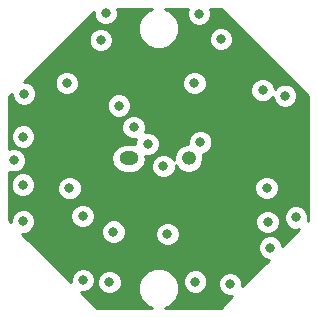
<source format=gbr>
G04 #@! TF.GenerationSoftware,KiCad,Pcbnew,(5.0.0)*
G04 #@! TF.CreationDate,2018-11-17T14:21:24+01:00*
G04 #@! TF.ProjectId,photoDiode_MDversion,70686F746F44696F64655F4D44766572,rev?*
G04 #@! TF.SameCoordinates,Original*
G04 #@! TF.FileFunction,Copper,L2,Inr,Signal*
G04 #@! TF.FilePolarity,Positive*
%FSLAX46Y46*%
G04 Gerber Fmt 4.6, Leading zero omitted, Abs format (unit mm)*
G04 Created by KiCad (PCBNEW (5.0.0)) date 11/17/18 14:21:24*
%MOMM*%
%LPD*%
G01*
G04 APERTURE LIST*
G04 #@! TA.AperFunction,ViaPad*
%ADD10O,1.600000X1.200000*%
G04 #@! TD*
G04 #@! TA.AperFunction,ViaPad*
%ADD11O,1.200000X1.200000*%
G04 #@! TD*
G04 #@! TA.AperFunction,ViaPad*
%ADD12C,0.800000*%
G04 #@! TD*
G04 #@! TA.AperFunction,Conductor*
%ADD13C,0.254000*%
G04 #@! TD*
G04 APERTURE END LIST*
D10*
G04 #@! TO.N,Net-(C2-Pad2)*
G04 #@! TO.C,D1*
X147460000Y-95000000D03*
D11*
G04 #@! TO.N,GND*
X152540000Y-95000000D03*
G04 #@! TD*
D12*
G04 #@! TO.N,+5V*
X161375000Y-94925000D03*
X156650000Y-98150000D03*
G04 #@! TO.N,GND*
X138600000Y-89525000D03*
X138500000Y-97225000D03*
X145825000Y-105475000D03*
X153100000Y-105425000D03*
X159225000Y-100375000D03*
X160700000Y-89700000D03*
X158800000Y-89225000D03*
X155275000Y-84900000D03*
X145100000Y-84975000D03*
X153425000Y-82750000D03*
X142450000Y-97525000D03*
X143575000Y-99875000D03*
X146175000Y-101200000D03*
X150750000Y-101400000D03*
X161625000Y-100000000D03*
X159150000Y-97500000D03*
X138525000Y-93150000D03*
X138525000Y-100325000D03*
X145525000Y-82700000D03*
X156050000Y-105625000D03*
X159450000Y-102550000D03*
X137725000Y-95150000D03*
X143600000Y-105300000D03*
X150400000Y-95650000D03*
X149075000Y-93775000D03*
X153525000Y-93625000D03*
G04 #@! TO.N,Net-(C2-Pad1)*
X146625000Y-90525000D03*
X147875000Y-92350000D03*
G04 #@! TO.N,Net-(C4-Pad1)*
X142225000Y-88625000D03*
X153025000Y-88625000D03*
G04 #@! TD*
D13*
G04 #@! TO.N,+5V*
G36*
X149017201Y-82529138D02*
X148529138Y-83017201D01*
X148265000Y-83654887D01*
X148265000Y-84345113D01*
X148529138Y-84982799D01*
X149017201Y-85470862D01*
X149654887Y-85735000D01*
X150345113Y-85735000D01*
X150982799Y-85470862D01*
X151470862Y-84982799D01*
X151590434Y-84694126D01*
X154240000Y-84694126D01*
X154240000Y-85105874D01*
X154397569Y-85486280D01*
X154688720Y-85777431D01*
X155069126Y-85935000D01*
X155480874Y-85935000D01*
X155861280Y-85777431D01*
X156152431Y-85486280D01*
X156310000Y-85105874D01*
X156310000Y-84694126D01*
X156152431Y-84313720D01*
X155861280Y-84022569D01*
X155480874Y-83865000D01*
X155069126Y-83865000D01*
X154688720Y-84022569D01*
X154397569Y-84313720D01*
X154240000Y-84694126D01*
X151590434Y-84694126D01*
X151735000Y-84345113D01*
X151735000Y-83654887D01*
X151470862Y-83017201D01*
X150982799Y-82529138D01*
X150523154Y-82338747D01*
X152475071Y-82338747D01*
X152390000Y-82544126D01*
X152390000Y-82955874D01*
X152547569Y-83336280D01*
X152838720Y-83627431D01*
X153219126Y-83785000D01*
X153630874Y-83785000D01*
X154011280Y-83627431D01*
X154302431Y-83336280D01*
X154460000Y-82955874D01*
X154460000Y-82544126D01*
X154374929Y-82338747D01*
X155244464Y-82338747D01*
X162661254Y-89755538D01*
X162661253Y-100244463D01*
X162631828Y-100273889D01*
X162660000Y-100205874D01*
X162660000Y-99794126D01*
X162502431Y-99413720D01*
X162211280Y-99122569D01*
X161830874Y-98965000D01*
X161419126Y-98965000D01*
X161038720Y-99122569D01*
X160747569Y-99413720D01*
X160590000Y-99794126D01*
X160590000Y-100205874D01*
X160747569Y-100586280D01*
X161038720Y-100877431D01*
X161419126Y-101035000D01*
X161830874Y-101035000D01*
X161898889Y-101006827D01*
X160485000Y-102420716D01*
X160485000Y-102344126D01*
X160327431Y-101963720D01*
X160036280Y-101672569D01*
X159655874Y-101515000D01*
X159244126Y-101515000D01*
X158863720Y-101672569D01*
X158572569Y-101963720D01*
X158415000Y-102344126D01*
X158415000Y-102755874D01*
X158572569Y-103136280D01*
X158863720Y-103427431D01*
X159244126Y-103585000D01*
X159320716Y-103585000D01*
X157085000Y-105820717D01*
X157085000Y-105419126D01*
X156927431Y-105038720D01*
X156636280Y-104747569D01*
X156255874Y-104590000D01*
X155844126Y-104590000D01*
X155463720Y-104747569D01*
X155172569Y-105038720D01*
X155015000Y-105419126D01*
X155015000Y-105830874D01*
X155172569Y-106211280D01*
X155463720Y-106502431D01*
X155844126Y-106660000D01*
X156245717Y-106660000D01*
X155244464Y-107661253D01*
X150523154Y-107661253D01*
X150982799Y-107470862D01*
X151470862Y-106982799D01*
X151735000Y-106345113D01*
X151735000Y-105654887D01*
X151554503Y-105219126D01*
X152065000Y-105219126D01*
X152065000Y-105630874D01*
X152222569Y-106011280D01*
X152513720Y-106302431D01*
X152894126Y-106460000D01*
X153305874Y-106460000D01*
X153686280Y-106302431D01*
X153977431Y-106011280D01*
X154135000Y-105630874D01*
X154135000Y-105219126D01*
X153977431Y-104838720D01*
X153686280Y-104547569D01*
X153305874Y-104390000D01*
X152894126Y-104390000D01*
X152513720Y-104547569D01*
X152222569Y-104838720D01*
X152065000Y-105219126D01*
X151554503Y-105219126D01*
X151470862Y-105017201D01*
X150982799Y-104529138D01*
X150345113Y-104265000D01*
X149654887Y-104265000D01*
X149017201Y-104529138D01*
X148529138Y-105017201D01*
X148265000Y-105654887D01*
X148265000Y-106345113D01*
X148529138Y-106982799D01*
X149017201Y-107470862D01*
X149476846Y-107661253D01*
X144755537Y-107661253D01*
X143429284Y-106335000D01*
X143805874Y-106335000D01*
X144186280Y-106177431D01*
X144477431Y-105886280D01*
X144635000Y-105505874D01*
X144635000Y-105269126D01*
X144790000Y-105269126D01*
X144790000Y-105680874D01*
X144947569Y-106061280D01*
X145238720Y-106352431D01*
X145619126Y-106510000D01*
X146030874Y-106510000D01*
X146411280Y-106352431D01*
X146702431Y-106061280D01*
X146860000Y-105680874D01*
X146860000Y-105269126D01*
X146702431Y-104888720D01*
X146411280Y-104597569D01*
X146030874Y-104440000D01*
X145619126Y-104440000D01*
X145238720Y-104597569D01*
X144947569Y-104888720D01*
X144790000Y-105269126D01*
X144635000Y-105269126D01*
X144635000Y-105094126D01*
X144477431Y-104713720D01*
X144186280Y-104422569D01*
X143805874Y-104265000D01*
X143394126Y-104265000D01*
X143013720Y-104422569D01*
X142722569Y-104713720D01*
X142565000Y-105094126D01*
X142565000Y-105470716D01*
X138454283Y-101360000D01*
X138730874Y-101360000D01*
X139111280Y-101202431D01*
X139319585Y-100994126D01*
X145140000Y-100994126D01*
X145140000Y-101405874D01*
X145297569Y-101786280D01*
X145588720Y-102077431D01*
X145969126Y-102235000D01*
X146380874Y-102235000D01*
X146761280Y-102077431D01*
X147052431Y-101786280D01*
X147210000Y-101405874D01*
X147210000Y-101194126D01*
X149715000Y-101194126D01*
X149715000Y-101605874D01*
X149872569Y-101986280D01*
X150163720Y-102277431D01*
X150544126Y-102435000D01*
X150955874Y-102435000D01*
X151336280Y-102277431D01*
X151627431Y-101986280D01*
X151785000Y-101605874D01*
X151785000Y-101194126D01*
X151627431Y-100813720D01*
X151336280Y-100522569D01*
X150955874Y-100365000D01*
X150544126Y-100365000D01*
X150163720Y-100522569D01*
X149872569Y-100813720D01*
X149715000Y-101194126D01*
X147210000Y-101194126D01*
X147210000Y-100994126D01*
X147052431Y-100613720D01*
X146761280Y-100322569D01*
X146390836Y-100169126D01*
X158190000Y-100169126D01*
X158190000Y-100580874D01*
X158347569Y-100961280D01*
X158638720Y-101252431D01*
X159019126Y-101410000D01*
X159430874Y-101410000D01*
X159811280Y-101252431D01*
X160102431Y-100961280D01*
X160260000Y-100580874D01*
X160260000Y-100169126D01*
X160102431Y-99788720D01*
X159811280Y-99497569D01*
X159430874Y-99340000D01*
X159019126Y-99340000D01*
X158638720Y-99497569D01*
X158347569Y-99788720D01*
X158190000Y-100169126D01*
X146390836Y-100169126D01*
X146380874Y-100165000D01*
X145969126Y-100165000D01*
X145588720Y-100322569D01*
X145297569Y-100613720D01*
X145140000Y-100994126D01*
X139319585Y-100994126D01*
X139402431Y-100911280D01*
X139560000Y-100530874D01*
X139560000Y-100119126D01*
X139402431Y-99738720D01*
X139332837Y-99669126D01*
X142540000Y-99669126D01*
X142540000Y-100080874D01*
X142697569Y-100461280D01*
X142988720Y-100752431D01*
X143369126Y-100910000D01*
X143780874Y-100910000D01*
X144161280Y-100752431D01*
X144452431Y-100461280D01*
X144610000Y-100080874D01*
X144610000Y-99669126D01*
X144452431Y-99288720D01*
X144161280Y-98997569D01*
X143780874Y-98840000D01*
X143369126Y-98840000D01*
X142988720Y-98997569D01*
X142697569Y-99288720D01*
X142540000Y-99669126D01*
X139332837Y-99669126D01*
X139111280Y-99447569D01*
X138730874Y-99290000D01*
X138319126Y-99290000D01*
X137938720Y-99447569D01*
X137647569Y-99738720D01*
X137490000Y-100119126D01*
X137490000Y-100395717D01*
X137338747Y-100244464D01*
X137338747Y-97019126D01*
X137465000Y-97019126D01*
X137465000Y-97430874D01*
X137622569Y-97811280D01*
X137913720Y-98102431D01*
X138294126Y-98260000D01*
X138705874Y-98260000D01*
X139086280Y-98102431D01*
X139377431Y-97811280D01*
X139535000Y-97430874D01*
X139535000Y-97319126D01*
X141415000Y-97319126D01*
X141415000Y-97730874D01*
X141572569Y-98111280D01*
X141863720Y-98402431D01*
X142244126Y-98560000D01*
X142655874Y-98560000D01*
X143036280Y-98402431D01*
X143327431Y-98111280D01*
X143485000Y-97730874D01*
X143485000Y-97319126D01*
X143474645Y-97294126D01*
X158115000Y-97294126D01*
X158115000Y-97705874D01*
X158272569Y-98086280D01*
X158563720Y-98377431D01*
X158944126Y-98535000D01*
X159355874Y-98535000D01*
X159736280Y-98377431D01*
X160027431Y-98086280D01*
X160185000Y-97705874D01*
X160185000Y-97294126D01*
X160027431Y-96913720D01*
X159736280Y-96622569D01*
X159355874Y-96465000D01*
X158944126Y-96465000D01*
X158563720Y-96622569D01*
X158272569Y-96913720D01*
X158115000Y-97294126D01*
X143474645Y-97294126D01*
X143327431Y-96938720D01*
X143036280Y-96647569D01*
X142655874Y-96490000D01*
X142244126Y-96490000D01*
X141863720Y-96647569D01*
X141572569Y-96938720D01*
X141415000Y-97319126D01*
X139535000Y-97319126D01*
X139535000Y-97019126D01*
X139377431Y-96638720D01*
X139086280Y-96347569D01*
X138705874Y-96190000D01*
X138294126Y-96190000D01*
X137913720Y-96347569D01*
X137622569Y-96638720D01*
X137465000Y-97019126D01*
X137338747Y-97019126D01*
X137338747Y-96110285D01*
X137519126Y-96185000D01*
X137930874Y-96185000D01*
X138311280Y-96027431D01*
X138602431Y-95736280D01*
X138760000Y-95355874D01*
X138760000Y-95000000D01*
X146000805Y-95000000D01*
X146096656Y-95481873D01*
X146369615Y-95890385D01*
X146778127Y-96163344D01*
X147138364Y-96235000D01*
X147781636Y-96235000D01*
X148141873Y-96163344D01*
X148550385Y-95890385D01*
X148823344Y-95481873D01*
X148830852Y-95444126D01*
X149365000Y-95444126D01*
X149365000Y-95855874D01*
X149522569Y-96236280D01*
X149813720Y-96527431D01*
X150194126Y-96685000D01*
X150605874Y-96685000D01*
X150986280Y-96527431D01*
X151277431Y-96236280D01*
X151435000Y-95855874D01*
X151435000Y-95569191D01*
X151649615Y-95890385D01*
X152058127Y-96163344D01*
X152418364Y-96235000D01*
X152661636Y-96235000D01*
X153021873Y-96163344D01*
X153430385Y-95890385D01*
X153703344Y-95481873D01*
X153799195Y-95000000D01*
X153731512Y-94659736D01*
X154111280Y-94502431D01*
X154402431Y-94211280D01*
X154560000Y-93830874D01*
X154560000Y-93419126D01*
X154402431Y-93038720D01*
X154111280Y-92747569D01*
X153730874Y-92590000D01*
X153319126Y-92590000D01*
X152938720Y-92747569D01*
X152647569Y-93038720D01*
X152490000Y-93419126D01*
X152490000Y-93765000D01*
X152418364Y-93765000D01*
X152058127Y-93836656D01*
X151649615Y-94109615D01*
X151376656Y-94518127D01*
X151280805Y-95000000D01*
X151308307Y-95138262D01*
X151277431Y-95063720D01*
X150986280Y-94772569D01*
X150605874Y-94615000D01*
X150194126Y-94615000D01*
X149813720Y-94772569D01*
X149522569Y-95063720D01*
X149365000Y-95444126D01*
X148830852Y-95444126D01*
X148919195Y-95000000D01*
X148881401Y-94810000D01*
X149280874Y-94810000D01*
X149661280Y-94652431D01*
X149952431Y-94361280D01*
X150110000Y-93980874D01*
X150110000Y-93569126D01*
X149952431Y-93188720D01*
X149661280Y-92897569D01*
X149280874Y-92740000D01*
X148869126Y-92740000D01*
X148826403Y-92757697D01*
X148910000Y-92555874D01*
X148910000Y-92144126D01*
X148752431Y-91763720D01*
X148461280Y-91472569D01*
X148080874Y-91315000D01*
X147669126Y-91315000D01*
X147288720Y-91472569D01*
X146997569Y-91763720D01*
X146840000Y-92144126D01*
X146840000Y-92555874D01*
X146997569Y-92936280D01*
X147288720Y-93227431D01*
X147669126Y-93385000D01*
X148080874Y-93385000D01*
X148123597Y-93367303D01*
X148040000Y-93569126D01*
X148040000Y-93816392D01*
X147781636Y-93765000D01*
X147138364Y-93765000D01*
X146778127Y-93836656D01*
X146369615Y-94109615D01*
X146096656Y-94518127D01*
X146000805Y-95000000D01*
X138760000Y-95000000D01*
X138760000Y-94944126D01*
X138602431Y-94563720D01*
X138311280Y-94272569D01*
X137930874Y-94115000D01*
X137519126Y-94115000D01*
X137338747Y-94189715D01*
X137338747Y-92944126D01*
X137490000Y-92944126D01*
X137490000Y-93355874D01*
X137647569Y-93736280D01*
X137938720Y-94027431D01*
X138319126Y-94185000D01*
X138730874Y-94185000D01*
X139111280Y-94027431D01*
X139402431Y-93736280D01*
X139560000Y-93355874D01*
X139560000Y-92944126D01*
X139402431Y-92563720D01*
X139111280Y-92272569D01*
X138730874Y-92115000D01*
X138319126Y-92115000D01*
X137938720Y-92272569D01*
X137647569Y-92563720D01*
X137490000Y-92944126D01*
X137338747Y-92944126D01*
X137338747Y-89755536D01*
X137565000Y-89529283D01*
X137565000Y-89730874D01*
X137722569Y-90111280D01*
X138013720Y-90402431D01*
X138394126Y-90560000D01*
X138805874Y-90560000D01*
X139186280Y-90402431D01*
X139269585Y-90319126D01*
X145590000Y-90319126D01*
X145590000Y-90730874D01*
X145747569Y-91111280D01*
X146038720Y-91402431D01*
X146419126Y-91560000D01*
X146830874Y-91560000D01*
X147211280Y-91402431D01*
X147502431Y-91111280D01*
X147660000Y-90730874D01*
X147660000Y-90319126D01*
X147502431Y-89938720D01*
X147211280Y-89647569D01*
X146830874Y-89490000D01*
X146419126Y-89490000D01*
X146038720Y-89647569D01*
X145747569Y-89938720D01*
X145590000Y-90319126D01*
X139269585Y-90319126D01*
X139477431Y-90111280D01*
X139635000Y-89730874D01*
X139635000Y-89319126D01*
X139477431Y-88938720D01*
X139186280Y-88647569D01*
X138805874Y-88490000D01*
X138604283Y-88490000D01*
X138675157Y-88419126D01*
X141190000Y-88419126D01*
X141190000Y-88830874D01*
X141347569Y-89211280D01*
X141638720Y-89502431D01*
X142019126Y-89660000D01*
X142430874Y-89660000D01*
X142811280Y-89502431D01*
X143102431Y-89211280D01*
X143260000Y-88830874D01*
X143260000Y-88419126D01*
X151990000Y-88419126D01*
X151990000Y-88830874D01*
X152147569Y-89211280D01*
X152438720Y-89502431D01*
X152819126Y-89660000D01*
X153230874Y-89660000D01*
X153611280Y-89502431D01*
X153902431Y-89211280D01*
X153982023Y-89019126D01*
X157765000Y-89019126D01*
X157765000Y-89430874D01*
X157922569Y-89811280D01*
X158213720Y-90102431D01*
X158594126Y-90260000D01*
X159005874Y-90260000D01*
X159386280Y-90102431D01*
X159665000Y-89823711D01*
X159665000Y-89905874D01*
X159822569Y-90286280D01*
X160113720Y-90577431D01*
X160494126Y-90735000D01*
X160905874Y-90735000D01*
X161286280Y-90577431D01*
X161577431Y-90286280D01*
X161735000Y-89905874D01*
X161735000Y-89494126D01*
X161577431Y-89113720D01*
X161286280Y-88822569D01*
X160905874Y-88665000D01*
X160494126Y-88665000D01*
X160113720Y-88822569D01*
X159835000Y-89101289D01*
X159835000Y-89019126D01*
X159677431Y-88638720D01*
X159386280Y-88347569D01*
X159005874Y-88190000D01*
X158594126Y-88190000D01*
X158213720Y-88347569D01*
X157922569Y-88638720D01*
X157765000Y-89019126D01*
X153982023Y-89019126D01*
X154060000Y-88830874D01*
X154060000Y-88419126D01*
X153902431Y-88038720D01*
X153611280Y-87747569D01*
X153230874Y-87590000D01*
X152819126Y-87590000D01*
X152438720Y-87747569D01*
X152147569Y-88038720D01*
X151990000Y-88419126D01*
X143260000Y-88419126D01*
X143102431Y-88038720D01*
X142811280Y-87747569D01*
X142430874Y-87590000D01*
X142019126Y-87590000D01*
X141638720Y-87747569D01*
X141347569Y-88038720D01*
X141190000Y-88419126D01*
X138675157Y-88419126D01*
X142325157Y-84769126D01*
X144065000Y-84769126D01*
X144065000Y-85180874D01*
X144222569Y-85561280D01*
X144513720Y-85852431D01*
X144894126Y-86010000D01*
X145305874Y-86010000D01*
X145686280Y-85852431D01*
X145977431Y-85561280D01*
X146135000Y-85180874D01*
X146135000Y-84769126D01*
X145977431Y-84388720D01*
X145686280Y-84097569D01*
X145305874Y-83940000D01*
X144894126Y-83940000D01*
X144513720Y-84097569D01*
X144222569Y-84388720D01*
X144065000Y-84769126D01*
X142325157Y-84769126D01*
X144490000Y-82604284D01*
X144490000Y-82905874D01*
X144647569Y-83286280D01*
X144938720Y-83577431D01*
X145319126Y-83735000D01*
X145730874Y-83735000D01*
X146111280Y-83577431D01*
X146402431Y-83286280D01*
X146560000Y-82905874D01*
X146560000Y-82494126D01*
X146495640Y-82338747D01*
X149476846Y-82338747D01*
X149017201Y-82529138D01*
X149017201Y-82529138D01*
G37*
X149017201Y-82529138D02*
X148529138Y-83017201D01*
X148265000Y-83654887D01*
X148265000Y-84345113D01*
X148529138Y-84982799D01*
X149017201Y-85470862D01*
X149654887Y-85735000D01*
X150345113Y-85735000D01*
X150982799Y-85470862D01*
X151470862Y-84982799D01*
X151590434Y-84694126D01*
X154240000Y-84694126D01*
X154240000Y-85105874D01*
X154397569Y-85486280D01*
X154688720Y-85777431D01*
X155069126Y-85935000D01*
X155480874Y-85935000D01*
X155861280Y-85777431D01*
X156152431Y-85486280D01*
X156310000Y-85105874D01*
X156310000Y-84694126D01*
X156152431Y-84313720D01*
X155861280Y-84022569D01*
X155480874Y-83865000D01*
X155069126Y-83865000D01*
X154688720Y-84022569D01*
X154397569Y-84313720D01*
X154240000Y-84694126D01*
X151590434Y-84694126D01*
X151735000Y-84345113D01*
X151735000Y-83654887D01*
X151470862Y-83017201D01*
X150982799Y-82529138D01*
X150523154Y-82338747D01*
X152475071Y-82338747D01*
X152390000Y-82544126D01*
X152390000Y-82955874D01*
X152547569Y-83336280D01*
X152838720Y-83627431D01*
X153219126Y-83785000D01*
X153630874Y-83785000D01*
X154011280Y-83627431D01*
X154302431Y-83336280D01*
X154460000Y-82955874D01*
X154460000Y-82544126D01*
X154374929Y-82338747D01*
X155244464Y-82338747D01*
X162661254Y-89755538D01*
X162661253Y-100244463D01*
X162631828Y-100273889D01*
X162660000Y-100205874D01*
X162660000Y-99794126D01*
X162502431Y-99413720D01*
X162211280Y-99122569D01*
X161830874Y-98965000D01*
X161419126Y-98965000D01*
X161038720Y-99122569D01*
X160747569Y-99413720D01*
X160590000Y-99794126D01*
X160590000Y-100205874D01*
X160747569Y-100586280D01*
X161038720Y-100877431D01*
X161419126Y-101035000D01*
X161830874Y-101035000D01*
X161898889Y-101006827D01*
X160485000Y-102420716D01*
X160485000Y-102344126D01*
X160327431Y-101963720D01*
X160036280Y-101672569D01*
X159655874Y-101515000D01*
X159244126Y-101515000D01*
X158863720Y-101672569D01*
X158572569Y-101963720D01*
X158415000Y-102344126D01*
X158415000Y-102755874D01*
X158572569Y-103136280D01*
X158863720Y-103427431D01*
X159244126Y-103585000D01*
X159320716Y-103585000D01*
X157085000Y-105820717D01*
X157085000Y-105419126D01*
X156927431Y-105038720D01*
X156636280Y-104747569D01*
X156255874Y-104590000D01*
X155844126Y-104590000D01*
X155463720Y-104747569D01*
X155172569Y-105038720D01*
X155015000Y-105419126D01*
X155015000Y-105830874D01*
X155172569Y-106211280D01*
X155463720Y-106502431D01*
X155844126Y-106660000D01*
X156245717Y-106660000D01*
X155244464Y-107661253D01*
X150523154Y-107661253D01*
X150982799Y-107470862D01*
X151470862Y-106982799D01*
X151735000Y-106345113D01*
X151735000Y-105654887D01*
X151554503Y-105219126D01*
X152065000Y-105219126D01*
X152065000Y-105630874D01*
X152222569Y-106011280D01*
X152513720Y-106302431D01*
X152894126Y-106460000D01*
X153305874Y-106460000D01*
X153686280Y-106302431D01*
X153977431Y-106011280D01*
X154135000Y-105630874D01*
X154135000Y-105219126D01*
X153977431Y-104838720D01*
X153686280Y-104547569D01*
X153305874Y-104390000D01*
X152894126Y-104390000D01*
X152513720Y-104547569D01*
X152222569Y-104838720D01*
X152065000Y-105219126D01*
X151554503Y-105219126D01*
X151470862Y-105017201D01*
X150982799Y-104529138D01*
X150345113Y-104265000D01*
X149654887Y-104265000D01*
X149017201Y-104529138D01*
X148529138Y-105017201D01*
X148265000Y-105654887D01*
X148265000Y-106345113D01*
X148529138Y-106982799D01*
X149017201Y-107470862D01*
X149476846Y-107661253D01*
X144755537Y-107661253D01*
X143429284Y-106335000D01*
X143805874Y-106335000D01*
X144186280Y-106177431D01*
X144477431Y-105886280D01*
X144635000Y-105505874D01*
X144635000Y-105269126D01*
X144790000Y-105269126D01*
X144790000Y-105680874D01*
X144947569Y-106061280D01*
X145238720Y-106352431D01*
X145619126Y-106510000D01*
X146030874Y-106510000D01*
X146411280Y-106352431D01*
X146702431Y-106061280D01*
X146860000Y-105680874D01*
X146860000Y-105269126D01*
X146702431Y-104888720D01*
X146411280Y-104597569D01*
X146030874Y-104440000D01*
X145619126Y-104440000D01*
X145238720Y-104597569D01*
X144947569Y-104888720D01*
X144790000Y-105269126D01*
X144635000Y-105269126D01*
X144635000Y-105094126D01*
X144477431Y-104713720D01*
X144186280Y-104422569D01*
X143805874Y-104265000D01*
X143394126Y-104265000D01*
X143013720Y-104422569D01*
X142722569Y-104713720D01*
X142565000Y-105094126D01*
X142565000Y-105470716D01*
X138454283Y-101360000D01*
X138730874Y-101360000D01*
X139111280Y-101202431D01*
X139319585Y-100994126D01*
X145140000Y-100994126D01*
X145140000Y-101405874D01*
X145297569Y-101786280D01*
X145588720Y-102077431D01*
X145969126Y-102235000D01*
X146380874Y-102235000D01*
X146761280Y-102077431D01*
X147052431Y-101786280D01*
X147210000Y-101405874D01*
X147210000Y-101194126D01*
X149715000Y-101194126D01*
X149715000Y-101605874D01*
X149872569Y-101986280D01*
X150163720Y-102277431D01*
X150544126Y-102435000D01*
X150955874Y-102435000D01*
X151336280Y-102277431D01*
X151627431Y-101986280D01*
X151785000Y-101605874D01*
X151785000Y-101194126D01*
X151627431Y-100813720D01*
X151336280Y-100522569D01*
X150955874Y-100365000D01*
X150544126Y-100365000D01*
X150163720Y-100522569D01*
X149872569Y-100813720D01*
X149715000Y-101194126D01*
X147210000Y-101194126D01*
X147210000Y-100994126D01*
X147052431Y-100613720D01*
X146761280Y-100322569D01*
X146390836Y-100169126D01*
X158190000Y-100169126D01*
X158190000Y-100580874D01*
X158347569Y-100961280D01*
X158638720Y-101252431D01*
X159019126Y-101410000D01*
X159430874Y-101410000D01*
X159811280Y-101252431D01*
X160102431Y-100961280D01*
X160260000Y-100580874D01*
X160260000Y-100169126D01*
X160102431Y-99788720D01*
X159811280Y-99497569D01*
X159430874Y-99340000D01*
X159019126Y-99340000D01*
X158638720Y-99497569D01*
X158347569Y-99788720D01*
X158190000Y-100169126D01*
X146390836Y-100169126D01*
X146380874Y-100165000D01*
X145969126Y-100165000D01*
X145588720Y-100322569D01*
X145297569Y-100613720D01*
X145140000Y-100994126D01*
X139319585Y-100994126D01*
X139402431Y-100911280D01*
X139560000Y-100530874D01*
X139560000Y-100119126D01*
X139402431Y-99738720D01*
X139332837Y-99669126D01*
X142540000Y-99669126D01*
X142540000Y-100080874D01*
X142697569Y-100461280D01*
X142988720Y-100752431D01*
X143369126Y-100910000D01*
X143780874Y-100910000D01*
X144161280Y-100752431D01*
X144452431Y-100461280D01*
X144610000Y-100080874D01*
X144610000Y-99669126D01*
X144452431Y-99288720D01*
X144161280Y-98997569D01*
X143780874Y-98840000D01*
X143369126Y-98840000D01*
X142988720Y-98997569D01*
X142697569Y-99288720D01*
X142540000Y-99669126D01*
X139332837Y-99669126D01*
X139111280Y-99447569D01*
X138730874Y-99290000D01*
X138319126Y-99290000D01*
X137938720Y-99447569D01*
X137647569Y-99738720D01*
X137490000Y-100119126D01*
X137490000Y-100395717D01*
X137338747Y-100244464D01*
X137338747Y-97019126D01*
X137465000Y-97019126D01*
X137465000Y-97430874D01*
X137622569Y-97811280D01*
X137913720Y-98102431D01*
X138294126Y-98260000D01*
X138705874Y-98260000D01*
X139086280Y-98102431D01*
X139377431Y-97811280D01*
X139535000Y-97430874D01*
X139535000Y-97319126D01*
X141415000Y-97319126D01*
X141415000Y-97730874D01*
X141572569Y-98111280D01*
X141863720Y-98402431D01*
X142244126Y-98560000D01*
X142655874Y-98560000D01*
X143036280Y-98402431D01*
X143327431Y-98111280D01*
X143485000Y-97730874D01*
X143485000Y-97319126D01*
X143474645Y-97294126D01*
X158115000Y-97294126D01*
X158115000Y-97705874D01*
X158272569Y-98086280D01*
X158563720Y-98377431D01*
X158944126Y-98535000D01*
X159355874Y-98535000D01*
X159736280Y-98377431D01*
X160027431Y-98086280D01*
X160185000Y-97705874D01*
X160185000Y-97294126D01*
X160027431Y-96913720D01*
X159736280Y-96622569D01*
X159355874Y-96465000D01*
X158944126Y-96465000D01*
X158563720Y-96622569D01*
X158272569Y-96913720D01*
X158115000Y-97294126D01*
X143474645Y-97294126D01*
X143327431Y-96938720D01*
X143036280Y-96647569D01*
X142655874Y-96490000D01*
X142244126Y-96490000D01*
X141863720Y-96647569D01*
X141572569Y-96938720D01*
X141415000Y-97319126D01*
X139535000Y-97319126D01*
X139535000Y-97019126D01*
X139377431Y-96638720D01*
X139086280Y-96347569D01*
X138705874Y-96190000D01*
X138294126Y-96190000D01*
X137913720Y-96347569D01*
X137622569Y-96638720D01*
X137465000Y-97019126D01*
X137338747Y-97019126D01*
X137338747Y-96110285D01*
X137519126Y-96185000D01*
X137930874Y-96185000D01*
X138311280Y-96027431D01*
X138602431Y-95736280D01*
X138760000Y-95355874D01*
X138760000Y-95000000D01*
X146000805Y-95000000D01*
X146096656Y-95481873D01*
X146369615Y-95890385D01*
X146778127Y-96163344D01*
X147138364Y-96235000D01*
X147781636Y-96235000D01*
X148141873Y-96163344D01*
X148550385Y-95890385D01*
X148823344Y-95481873D01*
X148830852Y-95444126D01*
X149365000Y-95444126D01*
X149365000Y-95855874D01*
X149522569Y-96236280D01*
X149813720Y-96527431D01*
X150194126Y-96685000D01*
X150605874Y-96685000D01*
X150986280Y-96527431D01*
X151277431Y-96236280D01*
X151435000Y-95855874D01*
X151435000Y-95569191D01*
X151649615Y-95890385D01*
X152058127Y-96163344D01*
X152418364Y-96235000D01*
X152661636Y-96235000D01*
X153021873Y-96163344D01*
X153430385Y-95890385D01*
X153703344Y-95481873D01*
X153799195Y-95000000D01*
X153731512Y-94659736D01*
X154111280Y-94502431D01*
X154402431Y-94211280D01*
X154560000Y-93830874D01*
X154560000Y-93419126D01*
X154402431Y-93038720D01*
X154111280Y-92747569D01*
X153730874Y-92590000D01*
X153319126Y-92590000D01*
X152938720Y-92747569D01*
X152647569Y-93038720D01*
X152490000Y-93419126D01*
X152490000Y-93765000D01*
X152418364Y-93765000D01*
X152058127Y-93836656D01*
X151649615Y-94109615D01*
X151376656Y-94518127D01*
X151280805Y-95000000D01*
X151308307Y-95138262D01*
X151277431Y-95063720D01*
X150986280Y-94772569D01*
X150605874Y-94615000D01*
X150194126Y-94615000D01*
X149813720Y-94772569D01*
X149522569Y-95063720D01*
X149365000Y-95444126D01*
X148830852Y-95444126D01*
X148919195Y-95000000D01*
X148881401Y-94810000D01*
X149280874Y-94810000D01*
X149661280Y-94652431D01*
X149952431Y-94361280D01*
X150110000Y-93980874D01*
X150110000Y-93569126D01*
X149952431Y-93188720D01*
X149661280Y-92897569D01*
X149280874Y-92740000D01*
X148869126Y-92740000D01*
X148826403Y-92757697D01*
X148910000Y-92555874D01*
X148910000Y-92144126D01*
X148752431Y-91763720D01*
X148461280Y-91472569D01*
X148080874Y-91315000D01*
X147669126Y-91315000D01*
X147288720Y-91472569D01*
X146997569Y-91763720D01*
X146840000Y-92144126D01*
X146840000Y-92555874D01*
X146997569Y-92936280D01*
X147288720Y-93227431D01*
X147669126Y-93385000D01*
X148080874Y-93385000D01*
X148123597Y-93367303D01*
X148040000Y-93569126D01*
X148040000Y-93816392D01*
X147781636Y-93765000D01*
X147138364Y-93765000D01*
X146778127Y-93836656D01*
X146369615Y-94109615D01*
X146096656Y-94518127D01*
X146000805Y-95000000D01*
X138760000Y-95000000D01*
X138760000Y-94944126D01*
X138602431Y-94563720D01*
X138311280Y-94272569D01*
X137930874Y-94115000D01*
X137519126Y-94115000D01*
X137338747Y-94189715D01*
X137338747Y-92944126D01*
X137490000Y-92944126D01*
X137490000Y-93355874D01*
X137647569Y-93736280D01*
X137938720Y-94027431D01*
X138319126Y-94185000D01*
X138730874Y-94185000D01*
X139111280Y-94027431D01*
X139402431Y-93736280D01*
X139560000Y-93355874D01*
X139560000Y-92944126D01*
X139402431Y-92563720D01*
X139111280Y-92272569D01*
X138730874Y-92115000D01*
X138319126Y-92115000D01*
X137938720Y-92272569D01*
X137647569Y-92563720D01*
X137490000Y-92944126D01*
X137338747Y-92944126D01*
X137338747Y-89755536D01*
X137565000Y-89529283D01*
X137565000Y-89730874D01*
X137722569Y-90111280D01*
X138013720Y-90402431D01*
X138394126Y-90560000D01*
X138805874Y-90560000D01*
X139186280Y-90402431D01*
X139269585Y-90319126D01*
X145590000Y-90319126D01*
X145590000Y-90730874D01*
X145747569Y-91111280D01*
X146038720Y-91402431D01*
X146419126Y-91560000D01*
X146830874Y-91560000D01*
X147211280Y-91402431D01*
X147502431Y-91111280D01*
X147660000Y-90730874D01*
X147660000Y-90319126D01*
X147502431Y-89938720D01*
X147211280Y-89647569D01*
X146830874Y-89490000D01*
X146419126Y-89490000D01*
X146038720Y-89647569D01*
X145747569Y-89938720D01*
X145590000Y-90319126D01*
X139269585Y-90319126D01*
X139477431Y-90111280D01*
X139635000Y-89730874D01*
X139635000Y-89319126D01*
X139477431Y-88938720D01*
X139186280Y-88647569D01*
X138805874Y-88490000D01*
X138604283Y-88490000D01*
X138675157Y-88419126D01*
X141190000Y-88419126D01*
X141190000Y-88830874D01*
X141347569Y-89211280D01*
X141638720Y-89502431D01*
X142019126Y-89660000D01*
X142430874Y-89660000D01*
X142811280Y-89502431D01*
X143102431Y-89211280D01*
X143260000Y-88830874D01*
X143260000Y-88419126D01*
X151990000Y-88419126D01*
X151990000Y-88830874D01*
X152147569Y-89211280D01*
X152438720Y-89502431D01*
X152819126Y-89660000D01*
X153230874Y-89660000D01*
X153611280Y-89502431D01*
X153902431Y-89211280D01*
X153982023Y-89019126D01*
X157765000Y-89019126D01*
X157765000Y-89430874D01*
X157922569Y-89811280D01*
X158213720Y-90102431D01*
X158594126Y-90260000D01*
X159005874Y-90260000D01*
X159386280Y-90102431D01*
X159665000Y-89823711D01*
X159665000Y-89905874D01*
X159822569Y-90286280D01*
X160113720Y-90577431D01*
X160494126Y-90735000D01*
X160905874Y-90735000D01*
X161286280Y-90577431D01*
X161577431Y-90286280D01*
X161735000Y-89905874D01*
X161735000Y-89494126D01*
X161577431Y-89113720D01*
X161286280Y-88822569D01*
X160905874Y-88665000D01*
X160494126Y-88665000D01*
X160113720Y-88822569D01*
X159835000Y-89101289D01*
X159835000Y-89019126D01*
X159677431Y-88638720D01*
X159386280Y-88347569D01*
X159005874Y-88190000D01*
X158594126Y-88190000D01*
X158213720Y-88347569D01*
X157922569Y-88638720D01*
X157765000Y-89019126D01*
X153982023Y-89019126D01*
X154060000Y-88830874D01*
X154060000Y-88419126D01*
X153902431Y-88038720D01*
X153611280Y-87747569D01*
X153230874Y-87590000D01*
X152819126Y-87590000D01*
X152438720Y-87747569D01*
X152147569Y-88038720D01*
X151990000Y-88419126D01*
X143260000Y-88419126D01*
X143102431Y-88038720D01*
X142811280Y-87747569D01*
X142430874Y-87590000D01*
X142019126Y-87590000D01*
X141638720Y-87747569D01*
X141347569Y-88038720D01*
X141190000Y-88419126D01*
X138675157Y-88419126D01*
X142325157Y-84769126D01*
X144065000Y-84769126D01*
X144065000Y-85180874D01*
X144222569Y-85561280D01*
X144513720Y-85852431D01*
X144894126Y-86010000D01*
X145305874Y-86010000D01*
X145686280Y-85852431D01*
X145977431Y-85561280D01*
X146135000Y-85180874D01*
X146135000Y-84769126D01*
X145977431Y-84388720D01*
X145686280Y-84097569D01*
X145305874Y-83940000D01*
X144894126Y-83940000D01*
X144513720Y-84097569D01*
X144222569Y-84388720D01*
X144065000Y-84769126D01*
X142325157Y-84769126D01*
X144490000Y-82604284D01*
X144490000Y-82905874D01*
X144647569Y-83286280D01*
X144938720Y-83577431D01*
X145319126Y-83735000D01*
X145730874Y-83735000D01*
X146111280Y-83577431D01*
X146402431Y-83286280D01*
X146560000Y-82905874D01*
X146560000Y-82494126D01*
X146495640Y-82338747D01*
X149476846Y-82338747D01*
X149017201Y-82529138D01*
G04 #@! TD*
M02*

</source>
